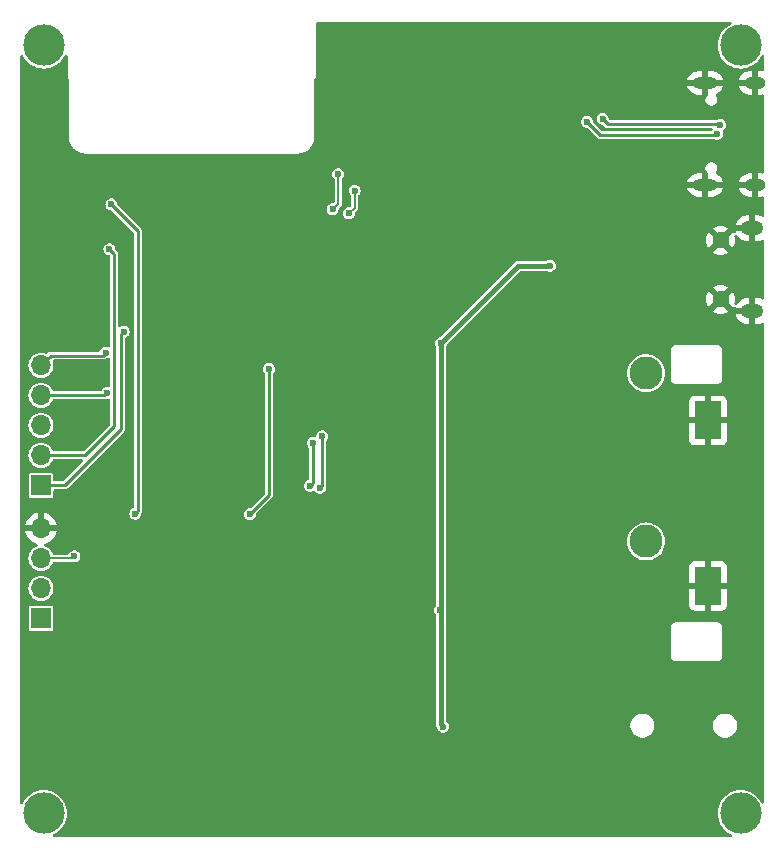
<source format=gbr>
%TF.GenerationSoftware,KiCad,Pcbnew,8.0.0*%
%TF.CreationDate,2024-10-16T16:52:34+02:00*%
%TF.ProjectId,LucaudioESP32_V1_1_0,4c756361-7564-4696-9f45-535033325f56,rev?*%
%TF.SameCoordinates,Original*%
%TF.FileFunction,Copper,L2,Bot*%
%TF.FilePolarity,Positive*%
%FSLAX46Y46*%
G04 Gerber Fmt 4.6, Leading zero omitted, Abs format (unit mm)*
G04 Created by KiCad (PCBNEW 8.0.0) date 2024-10-16 16:52:34*
%MOMM*%
%LPD*%
G01*
G04 APERTURE LIST*
%TA.AperFunction,ComponentPad*%
%ADD10R,1.700000X1.700000*%
%TD*%
%TA.AperFunction,ComponentPad*%
%ADD11O,1.700000X1.700000*%
%TD*%
%TA.AperFunction,ComponentPad*%
%ADD12O,1.900000X1.200000*%
%TD*%
%TA.AperFunction,ComponentPad*%
%ADD13C,1.450000*%
%TD*%
%TA.AperFunction,ComponentPad*%
%ADD14C,2.800000*%
%TD*%
%TA.AperFunction,ComponentPad*%
%ADD15R,2.200000X3.200000*%
%TD*%
%TA.AperFunction,ComponentPad*%
%ADD16C,3.500000*%
%TD*%
%TA.AperFunction,ComponentPad*%
%ADD17O,1.800000X1.000000*%
%TD*%
%TA.AperFunction,ComponentPad*%
%ADD18O,2.100000X1.000000*%
%TD*%
%TA.AperFunction,ViaPad*%
%ADD19C,0.600000*%
%TD*%
%TA.AperFunction,Conductor*%
%ADD20C,0.406400*%
%TD*%
%TA.AperFunction,Conductor*%
%ADD21C,0.200000*%
%TD*%
%TA.AperFunction,Conductor*%
%ADD22C,0.254000*%
%TD*%
G04 APERTURE END LIST*
D10*
%TO.P,J4,1,Pin_1*%
%TO.N,I2C_SDA*%
X104750000Y-117000000D03*
D11*
%TO.P,J4,2,Pin_2*%
%TO.N,I2C_SCL*%
X104750000Y-114460000D03*
%TO.P,J4,3,Pin_3*%
%TO.N,3V3*%
X104750000Y-111920000D03*
%TO.P,J4,4,Pin_4*%
%TO.N,GND*%
X104750000Y-109380000D03*
%TD*%
D10*
%TO.P,J5,1,Pin_1*%
%TO.N,ROTARY_SW*%
X104750000Y-105746800D03*
D11*
%TO.P,J5,2,Pin_2*%
%TO.N,ROTARY_A*%
X104750000Y-103206800D03*
%TO.P,J5,3,Pin_3*%
%TO.N,ROTARY_B*%
X104750000Y-100666800D03*
%TO.P,J5,4,Pin_4*%
%TO.N,LED_PWR*%
X104750000Y-98126800D03*
%TO.P,J5,5,Pin_5*%
%TO.N,LED_AMP*%
X104750000Y-95586800D03*
%TD*%
D12*
%TO.P,J8,6,Shield*%
%TO.N,GND*%
X164987500Y-90996800D03*
D13*
X162287500Y-89996800D03*
X162287500Y-84996800D03*
D12*
X164987500Y-83996800D03*
%TD*%
D14*
%TO.P,J2,1,IN1*%
%TO.N,Net-(J2-IN1)*%
X156000000Y-96250000D03*
%TO.P,J2,2,IN2*%
%TO.N,Net-(J2-IN2)*%
X156000000Y-110500000D03*
D15*
%TO.P,J2,3,EXT*%
%TO.N,GND*%
X161250000Y-114250000D03*
X161250000Y-100250000D03*
%TD*%
D16*
%TO.P,REF\u002A\u002A,1*%
%TO.N,N/C*%
X105000000Y-133500000D03*
%TD*%
%TO.P,REF\u002A\u002A,1*%
%TO.N,N/C*%
X164000000Y-133500000D03*
%TD*%
D17*
%TO.P,J3,S1,SHIELD*%
%TO.N,GND*%
X165189200Y-71676800D03*
D18*
X160989200Y-71676800D03*
D17*
X165189200Y-80316800D03*
D18*
X160989200Y-80316800D03*
%TD*%
D16*
%TO.P,REF\u002A\u002A,1*%
%TO.N,N/C*%
X105000000Y-68500000D03*
%TD*%
%TO.P,REF\u002A\u002A,1*%
%TO.N,N/C*%
X164000000Y-68500000D03*
%TD*%
D19*
%TO.N,GND*%
X155092400Y-66954400D03*
X142877000Y-104000000D03*
X160934400Y-121666000D03*
X153035000Y-70764400D03*
X105000000Y-71750000D03*
X107056000Y-88916000D03*
X154000000Y-89500000D03*
X105750000Y-101946800D03*
X136740800Y-115078800D03*
X154120800Y-104631000D03*
X131064000Y-90627200D03*
X112323000Y-96647000D03*
X116450000Y-78850000D03*
X130657600Y-101396800D03*
X147339000Y-117000800D03*
X149750000Y-81546800D03*
X145434000Y-134222000D03*
X136702800Y-126390400D03*
X128778000Y-67310000D03*
X153212800Y-99568000D03*
X136652000Y-66802000D03*
X165608000Y-105460800D03*
X144799000Y-127618000D03*
X154250000Y-78000000D03*
X137058400Y-87274400D03*
X164046200Y-78030800D03*
X158000000Y-72500000D03*
X128727200Y-70612000D03*
X130702000Y-104250000D03*
X158250000Y-78500000D03*
X146558000Y-93395800D03*
X110585200Y-132063000D03*
X123082000Y-119744000D03*
X116986000Y-114918000D03*
X140182600Y-80797400D03*
X105523000Y-96746800D03*
X165250000Y-98000000D03*
X112323000Y-94346800D03*
X142233600Y-120175800D03*
X108858000Y-111743000D03*
X155594000Y-134222000D03*
X104150000Y-93746800D03*
X165608000Y-121412000D03*
X148031200Y-100457000D03*
X128041400Y-80772000D03*
X137058400Y-76700000D03*
X136036000Y-109076000D03*
X146754800Y-122893600D03*
X129535000Y-134255000D03*
X110250000Y-89496800D03*
X107969000Y-115299000D03*
X117597000Y-94504000D03*
X106350000Y-104746800D03*
X124460000Y-88798400D03*
X121640600Y-83464400D03*
X129550000Y-87746800D03*
X123400000Y-100346800D03*
X106350000Y-107546800D03*
X123082000Y-124443000D03*
X140800000Y-89250000D03*
X111750000Y-102746800D03*
X155086000Y-116188000D03*
X144424400Y-102438200D03*
X145542000Y-66954400D03*
X129906800Y-122624800D03*
X146577000Y-107552000D03*
X136493200Y-111870000D03*
X124750000Y-100346800D03*
X104495600Y-75133200D03*
X146558000Y-102920800D03*
X153250000Y-95250000D03*
X129750000Y-99346800D03*
X110763000Y-108441000D03*
X136931400Y-100507800D03*
X128092200Y-83277000D03*
X163250000Y-82496800D03*
X146450000Y-106092000D03*
X105278000Y-86757000D03*
X142386000Y-96503000D03*
X151403000Y-119998000D03*
X141452600Y-108686600D03*
X128750000Y-77546800D03*
X111271000Y-123681000D03*
X111000000Y-78750000D03*
X132650000Y-81000000D03*
X136798000Y-134222000D03*
X131159557Y-77956357D03*
X141250000Y-104000000D03*
X146250000Y-71496800D03*
X105000000Y-120000000D03*
X136442400Y-107348800D03*
X154406600Y-73456800D03*
X141950000Y-91850000D03*
X160832800Y-67106800D03*
X122042000Y-101997000D03*
X162395200Y-72696800D03*
X121767600Y-78892400D03*
X128950000Y-108946800D03*
X154250000Y-81750000D03*
X110150000Y-96663000D03*
X143783000Y-113825800D03*
X128750000Y-73246800D03*
X135401000Y-90280000D03*
X148863000Y-114587800D03*
X114295000Y-101108000D03*
X121177000Y-134222000D03*
X110150000Y-100346800D03*
X118510000Y-110727000D03*
X112323000Y-90746800D03*
X114676000Y-81550000D03*
X117602000Y-90551000D03*
%TO.N,+5V*%
X138550600Y-116315000D03*
X147828000Y-87172800D03*
X138811000Y-126187200D03*
X138633200Y-93700600D03*
%TO.N,3V3*%
X107588000Y-111743000D03*
%TO.N,MCU_TX*%
X129921000Y-79400400D03*
X129438400Y-82372200D03*
%TO.N,MCU_RX*%
X130810000Y-82727800D03*
X131302338Y-80787662D03*
%TO.N,MCU_RST*%
X110718600Y-81965800D03*
X112750000Y-108146800D03*
%TO.N,GPIO0*%
X122447000Y-108187000D03*
X124045600Y-95885000D03*
%TO.N,Net-(U8-UD+)*%
X162255200Y-75234800D03*
X152298400Y-74726800D03*
%TO.N,Net-(U8-UD-)*%
X150990300Y-74968100D03*
X162001200Y-75996800D03*
%TO.N,ROTARY_A*%
X110550000Y-85746800D03*
%TO.N,ROTARY_SW*%
X111750000Y-92746800D03*
%TO.N,I2C_SDA*%
X128577444Y-101574244D03*
X128368100Y-105964900D03*
%TO.N,LED_AMP*%
X110231000Y-94504000D03*
%TO.N,I2C_SCL*%
X127550000Y-105783000D03*
X127750000Y-102146800D03*
%TO.N,LED_PWR*%
X110323000Y-97933000D03*
%TD*%
D20*
%TO.N,+5V*%
X138576000Y-116289600D02*
X138550600Y-116315000D01*
X138607800Y-125984000D02*
X138607800Y-112598200D01*
X138633200Y-93700600D02*
X138633200Y-112572800D01*
X145161000Y-87172800D02*
X147828000Y-87172800D01*
X138811000Y-126187200D02*
X138607800Y-125984000D01*
X138633200Y-93700600D02*
X145161000Y-87172800D01*
D21*
%TO.N,3V3*%
X107588000Y-111743000D02*
X107411000Y-111920000D01*
X107411000Y-111920000D02*
X104750000Y-111920000D01*
%TO.N,MCU_TX*%
X129438400Y-82372200D02*
X129921000Y-81889600D01*
X129921000Y-81889600D02*
X129921000Y-79400400D01*
%TO.N,MCU_RX*%
X131302338Y-82235462D02*
X131302338Y-80787662D01*
X130810000Y-82727800D02*
X131302338Y-82235462D01*
D22*
%TO.N,MCU_RST*%
X112950000Y-91186000D02*
X112950000Y-84197200D01*
X112950000Y-84197200D02*
X110718600Y-81965800D01*
X112750000Y-108146800D02*
X112950000Y-107946800D01*
X112950000Y-107946800D02*
X112950000Y-91186000D01*
%TO.N,GPIO0*%
X124050000Y-95889400D02*
X124045600Y-95885000D01*
X122447000Y-108187000D02*
X124050000Y-106584000D01*
X124050000Y-106584000D02*
X124050000Y-95889400D01*
%TO.N,Net-(U8-UD+)*%
X162179000Y-75158600D02*
X162255200Y-75234800D01*
X152730200Y-75158600D02*
X162179000Y-75158600D01*
X152298400Y-74726800D02*
X152730200Y-75158600D01*
%TO.N,Net-(U8-UD-)*%
X150990300Y-74968100D02*
X152120600Y-76098400D01*
X161899600Y-76098400D02*
X162001200Y-75996800D01*
X152120600Y-76098400D02*
X161899600Y-76098400D01*
%TO.N,ROTARY_A*%
X110950000Y-86146800D02*
X110550000Y-85746800D01*
X104750000Y-103206800D02*
X104753200Y-103210000D01*
X108486800Y-103210000D02*
X110950000Y-100746800D01*
X110950000Y-100746800D02*
X110950000Y-86146800D01*
X104753200Y-103210000D02*
X108486800Y-103210000D01*
%TO.N,ROTARY_SW*%
X106750000Y-105746800D02*
X104750000Y-105746800D01*
X111550000Y-100946800D02*
X106750000Y-105746800D01*
X111750000Y-92746800D02*
X111550000Y-92946800D01*
X111550000Y-92946800D02*
X111550000Y-100946800D01*
%TO.N,I2C_SDA*%
X128368100Y-105964900D02*
X128550000Y-105783000D01*
X128550000Y-105783000D02*
X128550000Y-101601688D01*
X128550000Y-101601688D02*
X128577444Y-101574244D01*
%TO.N,LED_AMP*%
X105578800Y-94758000D02*
X104750000Y-95586800D01*
X110231000Y-94504000D02*
X109977000Y-94758000D01*
X109977000Y-94758000D02*
X105578800Y-94758000D01*
%TO.N,I2C_SCL*%
X127750000Y-105583000D02*
X127750000Y-102146800D01*
X127550000Y-105783000D02*
X127750000Y-105583000D01*
%TO.N,LED_PWR*%
X110323000Y-97933000D02*
X110126000Y-98130000D01*
X110126000Y-98130000D02*
X104753200Y-98130000D01*
X104753200Y-98130000D02*
X104750000Y-98126800D01*
%TD*%
%TA.AperFunction,Conductor*%
%TO.N,GND*%
G36*
X163160597Y-66520002D02*
G01*
X163207090Y-66573658D01*
X163217194Y-66643932D01*
X163187700Y-66708512D01*
X163152863Y-66736586D01*
X162941052Y-66852244D01*
X162717328Y-67019721D01*
X162717319Y-67019729D01*
X162519729Y-67217319D01*
X162519721Y-67217328D01*
X162352244Y-67441052D01*
X162218311Y-67686330D01*
X162120650Y-67948172D01*
X162061245Y-68221252D01*
X162041309Y-68500000D01*
X162061245Y-68778747D01*
X162120650Y-69051827D01*
X162218311Y-69313669D01*
X162218312Y-69313670D01*
X162352244Y-69558948D01*
X162519720Y-69782670D01*
X162519721Y-69782671D01*
X162519729Y-69782680D01*
X162717319Y-69980270D01*
X162717328Y-69980278D01*
X162717330Y-69980280D01*
X162941052Y-70147756D01*
X163186330Y-70281688D01*
X163448173Y-70379350D01*
X163721249Y-70438754D01*
X164000000Y-70458691D01*
X164278751Y-70438754D01*
X164551827Y-70379350D01*
X164813670Y-70281688D01*
X165058948Y-70147756D01*
X165282670Y-69980280D01*
X165480280Y-69782670D01*
X165647756Y-69558948D01*
X165762738Y-69348373D01*
X165812939Y-69298173D01*
X165882314Y-69283081D01*
X165948834Y-69307892D01*
X165991381Y-69364727D01*
X165999325Y-69408789D01*
X165999052Y-70585231D01*
X165979034Y-70653347D01*
X165925368Y-70699828D01*
X165855091Y-70709915D01*
X165848470Y-70708781D01*
X165687693Y-70676800D01*
X165439200Y-70676800D01*
X165439200Y-71376800D01*
X164939200Y-71376800D01*
X164939200Y-70676800D01*
X164690706Y-70676800D01*
X164497510Y-70715229D01*
X164497505Y-70715231D01*
X164315522Y-70790611D01*
X164151737Y-70900048D01*
X164151731Y-70900053D01*
X164012453Y-71039331D01*
X164012448Y-71039337D01*
X163903011Y-71203122D01*
X163827629Y-71385109D01*
X163827627Y-71385116D01*
X163819336Y-71426799D01*
X163819337Y-71426800D01*
X164622212Y-71426800D01*
X164604995Y-71436740D01*
X164549140Y-71492595D01*
X164509644Y-71561004D01*
X164489200Y-71637304D01*
X164489200Y-71716296D01*
X164509644Y-71792596D01*
X164549140Y-71861005D01*
X164604995Y-71916860D01*
X164622212Y-71926800D01*
X163819336Y-71926800D01*
X163827627Y-71968483D01*
X163827629Y-71968490D01*
X163903011Y-72150477D01*
X164012448Y-72314262D01*
X164012453Y-72314268D01*
X164151731Y-72453546D01*
X164151737Y-72453551D01*
X164315522Y-72562988D01*
X164497505Y-72638368D01*
X164497510Y-72638370D01*
X164690706Y-72676799D01*
X164690710Y-72676800D01*
X164939200Y-72676800D01*
X164939200Y-71976800D01*
X165439200Y-71976800D01*
X165439200Y-72676800D01*
X165687690Y-72676800D01*
X165687693Y-72676799D01*
X165847964Y-72644919D01*
X165918678Y-72651247D01*
X165974745Y-72694801D01*
X165998365Y-72761753D01*
X165998546Y-72768527D01*
X165997050Y-79224832D01*
X165977032Y-79292948D01*
X165923366Y-79339429D01*
X165853089Y-79349516D01*
X165846469Y-79348382D01*
X165687696Y-79316800D01*
X165439200Y-79316800D01*
X165439200Y-80016800D01*
X164939200Y-80016800D01*
X164939200Y-79316800D01*
X164690706Y-79316800D01*
X164497510Y-79355229D01*
X164497505Y-79355231D01*
X164315522Y-79430611D01*
X164151737Y-79540048D01*
X164151731Y-79540053D01*
X164012453Y-79679331D01*
X164012448Y-79679337D01*
X163903011Y-79843122D01*
X163827629Y-80025109D01*
X163827627Y-80025116D01*
X163819336Y-80066799D01*
X163819337Y-80066800D01*
X164622212Y-80066800D01*
X164604995Y-80076740D01*
X164549140Y-80132595D01*
X164509644Y-80201004D01*
X164489200Y-80277304D01*
X164489200Y-80356296D01*
X164509644Y-80432596D01*
X164549140Y-80501005D01*
X164604995Y-80556860D01*
X164622212Y-80566800D01*
X163819336Y-80566800D01*
X163827627Y-80608483D01*
X163827629Y-80608490D01*
X163903011Y-80790477D01*
X164012448Y-80954262D01*
X164012453Y-80954268D01*
X164151731Y-81093546D01*
X164151737Y-81093551D01*
X164315522Y-81202988D01*
X164497505Y-81278368D01*
X164497510Y-81278370D01*
X164690706Y-81316799D01*
X164690710Y-81316800D01*
X164939200Y-81316800D01*
X164939200Y-80616800D01*
X165439200Y-80616800D01*
X165439200Y-81316800D01*
X165687690Y-81316800D01*
X165687693Y-81316799D01*
X165845961Y-81285317D01*
X165916675Y-81291645D01*
X165972742Y-81335199D01*
X165996362Y-81402151D01*
X165996543Y-81408925D01*
X165996199Y-82892281D01*
X165976181Y-82960397D01*
X165922515Y-83006878D01*
X165852238Y-83016965D01*
X165812996Y-83004519D01*
X165759754Y-82977391D01*
X165759748Y-82977388D01*
X165595088Y-82923887D01*
X165424069Y-82896800D01*
X165237500Y-82896800D01*
X165237500Y-83696800D01*
X164737500Y-83696800D01*
X164737500Y-82896800D01*
X164550931Y-82896800D01*
X164379911Y-82923887D01*
X164215251Y-82977388D01*
X164215245Y-82977391D01*
X164060972Y-83055997D01*
X163920896Y-83157767D01*
X163798467Y-83280196D01*
X163696697Y-83420272D01*
X163618091Y-83574545D01*
X163618088Y-83574551D01*
X163564587Y-83739212D01*
X163564583Y-83739225D01*
X163563384Y-83746799D01*
X163563386Y-83746800D01*
X164470512Y-83746800D01*
X164453295Y-83756740D01*
X164397440Y-83812595D01*
X164357944Y-83881004D01*
X164337500Y-83957304D01*
X164337500Y-84036296D01*
X164357944Y-84112596D01*
X164397440Y-84181005D01*
X164453295Y-84236860D01*
X164470512Y-84246800D01*
X163563384Y-84246800D01*
X163564583Y-84254374D01*
X163564586Y-84254385D01*
X163565081Y-84255907D01*
X163565098Y-84256516D01*
X163565741Y-84259193D01*
X163565178Y-84259328D01*
X163567105Y-84326874D01*
X163530440Y-84387671D01*
X163466727Y-84418993D01*
X163396193Y-84410898D01*
X163342033Y-84367109D01*
X163312672Y-84325179D01*
X162709225Y-84928626D01*
X162683537Y-84832756D01*
X162627584Y-84735844D01*
X162548456Y-84656716D01*
X162451544Y-84600763D01*
X162355672Y-84575074D01*
X162959120Y-83971625D01*
X162902342Y-83931868D01*
X162708077Y-83841281D01*
X162708073Y-83841279D01*
X162501030Y-83785803D01*
X162287500Y-83767121D01*
X162073969Y-83785803D01*
X161866926Y-83841279D01*
X161866922Y-83841281D01*
X161672657Y-83931868D01*
X161615879Y-83971624D01*
X161615879Y-83971627D01*
X162219326Y-84575074D01*
X162123456Y-84600763D01*
X162026544Y-84656716D01*
X161947416Y-84735844D01*
X161891463Y-84832756D01*
X161865774Y-84928626D01*
X161262327Y-84325179D01*
X161262324Y-84325179D01*
X161222568Y-84381957D01*
X161131981Y-84576222D01*
X161131979Y-84576226D01*
X161076503Y-84783269D01*
X161057821Y-84996800D01*
X161076503Y-85210330D01*
X161131979Y-85417373D01*
X161131981Y-85417377D01*
X161222568Y-85611642D01*
X161262325Y-85668420D01*
X161865774Y-85064971D01*
X161891463Y-85160844D01*
X161947416Y-85257756D01*
X162026544Y-85336884D01*
X162123456Y-85392837D01*
X162219327Y-85418525D01*
X161615878Y-86021973D01*
X161615878Y-86021975D01*
X161672656Y-86061731D01*
X161866921Y-86152318D01*
X161866926Y-86152320D01*
X162073969Y-86207796D01*
X162287500Y-86226478D01*
X162501030Y-86207796D01*
X162708073Y-86152320D01*
X162708078Y-86152318D01*
X162902339Y-86061733D01*
X162959120Y-86021974D01*
X162959120Y-86021972D01*
X162355673Y-85418525D01*
X162451544Y-85392837D01*
X162548456Y-85336884D01*
X162627584Y-85257756D01*
X162683537Y-85160844D01*
X162709225Y-85064973D01*
X163312672Y-85668420D01*
X163312674Y-85668420D01*
X163352433Y-85611639D01*
X163443018Y-85417378D01*
X163443020Y-85417373D01*
X163498496Y-85210330D01*
X163517178Y-84996800D01*
X163498496Y-84783269D01*
X163469448Y-84674858D01*
X163471138Y-84603881D01*
X163510932Y-84545086D01*
X163576197Y-84517138D01*
X163646210Y-84528912D01*
X163692112Y-84570537D01*
X163693787Y-84569321D01*
X163798467Y-84713403D01*
X163920896Y-84835832D01*
X164060972Y-84937602D01*
X164215245Y-85016208D01*
X164215251Y-85016211D01*
X164379911Y-85069712D01*
X164550931Y-85096800D01*
X164737500Y-85096800D01*
X164737500Y-84296800D01*
X165237500Y-84296800D01*
X165237500Y-85096800D01*
X165424069Y-85096800D01*
X165595088Y-85069712D01*
X165759748Y-85016211D01*
X165759759Y-85016206D01*
X165812483Y-84989342D01*
X165882260Y-84976237D01*
X165948045Y-85002936D01*
X165988952Y-85060964D01*
X165995687Y-85101637D01*
X165994577Y-89891455D01*
X165974559Y-89959571D01*
X165920893Y-90006052D01*
X165850616Y-90016139D01*
X165811374Y-90003693D01*
X165759754Y-89977391D01*
X165759748Y-89977388D01*
X165595088Y-89923887D01*
X165424069Y-89896800D01*
X165237500Y-89896800D01*
X165237500Y-90696800D01*
X164737500Y-90696800D01*
X164737500Y-89896800D01*
X164550931Y-89896800D01*
X164379911Y-89923887D01*
X164215251Y-89977388D01*
X164215245Y-89977391D01*
X164060972Y-90055997D01*
X163920896Y-90157767D01*
X163798467Y-90280196D01*
X163693787Y-90424279D01*
X163692111Y-90423061D01*
X163645889Y-90464843D01*
X163575843Y-90476418D01*
X163510658Y-90448286D01*
X163471030Y-90389378D01*
X163469448Y-90318741D01*
X163498496Y-90210330D01*
X163517178Y-89996800D01*
X163498496Y-89783269D01*
X163443020Y-89576226D01*
X163443018Y-89576222D01*
X163352434Y-89381964D01*
X163312672Y-89325179D01*
X162709225Y-89928626D01*
X162683537Y-89832756D01*
X162627584Y-89735844D01*
X162548456Y-89656716D01*
X162451544Y-89600763D01*
X162355672Y-89575074D01*
X162959120Y-88971625D01*
X162902342Y-88931868D01*
X162708077Y-88841281D01*
X162708073Y-88841279D01*
X162501030Y-88785803D01*
X162287500Y-88767121D01*
X162073969Y-88785803D01*
X161866926Y-88841279D01*
X161866922Y-88841281D01*
X161672657Y-88931868D01*
X161615879Y-88971624D01*
X161615879Y-88971627D01*
X162219326Y-89575074D01*
X162123456Y-89600763D01*
X162026544Y-89656716D01*
X161947416Y-89735844D01*
X161891463Y-89832756D01*
X161865774Y-89928626D01*
X161262327Y-89325179D01*
X161262324Y-89325179D01*
X161222568Y-89381957D01*
X161131981Y-89576222D01*
X161131979Y-89576226D01*
X161076503Y-89783269D01*
X161057821Y-89996800D01*
X161076503Y-90210330D01*
X161131979Y-90417373D01*
X161131981Y-90417377D01*
X161222568Y-90611642D01*
X161262325Y-90668420D01*
X161865774Y-90064971D01*
X161891463Y-90160844D01*
X161947416Y-90257756D01*
X162026544Y-90336884D01*
X162123456Y-90392837D01*
X162219327Y-90418525D01*
X161615878Y-91021973D01*
X161615878Y-91021975D01*
X161672656Y-91061731D01*
X161866921Y-91152318D01*
X161866926Y-91152320D01*
X162073969Y-91207796D01*
X162287500Y-91226478D01*
X162501030Y-91207796D01*
X162708073Y-91152320D01*
X162708078Y-91152318D01*
X162902339Y-91061733D01*
X162959120Y-91021974D01*
X162959120Y-91021972D01*
X162355673Y-90418525D01*
X162451544Y-90392837D01*
X162548456Y-90336884D01*
X162627584Y-90257756D01*
X162683537Y-90160844D01*
X162709225Y-90064973D01*
X163312672Y-90668420D01*
X163312674Y-90668420D01*
X163342032Y-90626493D01*
X163397489Y-90582164D01*
X163468108Y-90574855D01*
X163531469Y-90606885D01*
X163567454Y-90668087D01*
X163565199Y-90734276D01*
X163565741Y-90734407D01*
X163565104Y-90737058D01*
X163565083Y-90737683D01*
X163564589Y-90739201D01*
X163564583Y-90739225D01*
X163563384Y-90746799D01*
X163563386Y-90746800D01*
X164470512Y-90746800D01*
X164453295Y-90756740D01*
X164397440Y-90812595D01*
X164357944Y-90881004D01*
X164337500Y-90957304D01*
X164337500Y-91036296D01*
X164357944Y-91112596D01*
X164397440Y-91181005D01*
X164453295Y-91236860D01*
X164470512Y-91246800D01*
X163563384Y-91246800D01*
X163564583Y-91254374D01*
X163564587Y-91254387D01*
X163618088Y-91419048D01*
X163618091Y-91419054D01*
X163696697Y-91573327D01*
X163798467Y-91713403D01*
X163920896Y-91835832D01*
X164060972Y-91937602D01*
X164215245Y-92016208D01*
X164215251Y-92016211D01*
X164379911Y-92069712D01*
X164550931Y-92096800D01*
X164737500Y-92096800D01*
X164737500Y-91296800D01*
X165237500Y-91296800D01*
X165237500Y-92096800D01*
X165424069Y-92096800D01*
X165595088Y-92069712D01*
X165759748Y-92016211D01*
X165759753Y-92016209D01*
X165810860Y-91990168D01*
X165880637Y-91977063D01*
X165946422Y-92003762D01*
X165987329Y-92061789D01*
X165994065Y-92102463D01*
X165984685Y-132564458D01*
X165964667Y-132632574D01*
X165911001Y-132679055D01*
X165840724Y-132689142D01*
X165776150Y-132659634D01*
X165748099Y-132624816D01*
X165647756Y-132441052D01*
X165480280Y-132217330D01*
X165480278Y-132217328D01*
X165480270Y-132217319D01*
X165282680Y-132019729D01*
X165282671Y-132019721D01*
X165282670Y-132019720D01*
X165058948Y-131852244D01*
X164925015Y-131779111D01*
X164813669Y-131718311D01*
X164551827Y-131620650D01*
X164278747Y-131561245D01*
X164000000Y-131541309D01*
X163721252Y-131561245D01*
X163448172Y-131620650D01*
X163186330Y-131718311D01*
X162941052Y-131852244D01*
X162717328Y-132019721D01*
X162717319Y-132019729D01*
X162519729Y-132217319D01*
X162519721Y-132217328D01*
X162352244Y-132441052D01*
X162218311Y-132686330D01*
X162120650Y-132948172D01*
X162061245Y-133221252D01*
X162041309Y-133500000D01*
X162061245Y-133778747D01*
X162120650Y-134051827D01*
X162218311Y-134313669D01*
X162218312Y-134313670D01*
X162352244Y-134558948D01*
X162391788Y-134611772D01*
X162519721Y-134782671D01*
X162519729Y-134782680D01*
X162717319Y-134980270D01*
X162717328Y-134980278D01*
X162717330Y-134980280D01*
X162941052Y-135147756D01*
X163186330Y-135281688D01*
X163186335Y-135281690D01*
X163190425Y-135283558D01*
X163189762Y-135285008D01*
X163241168Y-135323486D01*
X163265982Y-135390005D01*
X163250895Y-135459379D01*
X163200695Y-135509584D01*
X163140304Y-135525000D01*
X105859696Y-135525000D01*
X105791575Y-135504998D01*
X105745082Y-135451342D01*
X105734978Y-135381068D01*
X105764472Y-135316488D01*
X105810135Y-135284784D01*
X105809575Y-135283558D01*
X105813659Y-135281692D01*
X105813670Y-135281688D01*
X106058948Y-135147756D01*
X106282670Y-134980280D01*
X106480280Y-134782670D01*
X106647756Y-134558948D01*
X106781688Y-134313670D01*
X106879350Y-134051827D01*
X106938754Y-133778751D01*
X106958691Y-133500000D01*
X106938754Y-133221249D01*
X106879350Y-132948173D01*
X106781688Y-132686330D01*
X106647756Y-132441052D01*
X106480280Y-132217330D01*
X106480278Y-132217328D01*
X106480270Y-132217319D01*
X106282680Y-132019729D01*
X106282671Y-132019721D01*
X106282670Y-132019720D01*
X106058948Y-131852244D01*
X105925015Y-131779111D01*
X105813669Y-131718311D01*
X105551827Y-131620650D01*
X105278747Y-131561245D01*
X105000000Y-131541309D01*
X104721252Y-131561245D01*
X104448172Y-131620650D01*
X104186330Y-131718311D01*
X103941052Y-131852244D01*
X103717328Y-132019721D01*
X103717319Y-132019729D01*
X103519729Y-132217319D01*
X103519721Y-132217328D01*
X103352242Y-132441054D01*
X103228924Y-132666894D01*
X103178722Y-132717096D01*
X103109348Y-132732187D01*
X103042828Y-132707376D01*
X103000281Y-132650540D01*
X102992338Y-132606499D01*
X102994046Y-117870064D01*
X103696300Y-117870064D01*
X103708118Y-117929479D01*
X103708119Y-117929480D01*
X103753140Y-117996860D01*
X103820520Y-118041881D01*
X103879936Y-118053700D01*
X103879941Y-118053700D01*
X105620059Y-118053700D01*
X105620064Y-118053700D01*
X105679480Y-118041881D01*
X105746860Y-117996860D01*
X105791881Y-117929480D01*
X105803700Y-117870064D01*
X105803700Y-116315000D01*
X138041720Y-116315000D01*
X138062333Y-116458368D01*
X138122503Y-116590121D01*
X138170124Y-116645079D01*
X138199617Y-116709658D01*
X138200900Y-116727591D01*
X138200900Y-126037573D01*
X138228629Y-126141057D01*
X138228630Y-126141060D01*
X138282196Y-126233839D01*
X138282197Y-126233840D01*
X138282199Y-126233843D01*
X138283638Y-126235282D01*
X138284463Y-126236793D01*
X138287227Y-126240395D01*
X138286665Y-126240825D01*
X138317667Y-126297590D01*
X138319263Y-126306434D01*
X138322733Y-126330568D01*
X138382903Y-126462321D01*
X138477755Y-126571787D01*
X138492220Y-126581083D01*
X138599604Y-126650094D01*
X138738579Y-126690900D01*
X138883421Y-126690900D01*
X139022396Y-126650094D01*
X139144246Y-126571786D01*
X139239097Y-126462321D01*
X139299267Y-126330568D01*
X139318718Y-126195281D01*
X154637700Y-126195281D01*
X154677217Y-126393944D01*
X154677219Y-126393949D01*
X154754732Y-126581083D01*
X154867266Y-126749502D01*
X154867271Y-126749508D01*
X155010491Y-126892728D01*
X155010497Y-126892733D01*
X155178917Y-127005268D01*
X155366056Y-127082783D01*
X155564721Y-127122300D01*
X155564722Y-127122300D01*
X155767278Y-127122300D01*
X155767279Y-127122300D01*
X155965944Y-127082783D01*
X156153083Y-127005268D01*
X156321503Y-126892733D01*
X156464733Y-126749503D01*
X156577268Y-126581083D01*
X156654783Y-126393944D01*
X156694300Y-126195281D01*
X161637700Y-126195281D01*
X161677217Y-126393944D01*
X161677219Y-126393949D01*
X161754732Y-126581083D01*
X161867266Y-126749502D01*
X161867271Y-126749508D01*
X162010491Y-126892728D01*
X162010497Y-126892733D01*
X162178917Y-127005268D01*
X162366056Y-127082783D01*
X162564721Y-127122300D01*
X162564722Y-127122300D01*
X162767278Y-127122300D01*
X162767279Y-127122300D01*
X162965944Y-127082783D01*
X163153083Y-127005268D01*
X163321503Y-126892733D01*
X163464733Y-126749503D01*
X163577268Y-126581083D01*
X163654783Y-126393944D01*
X163694300Y-126195279D01*
X163694300Y-125992721D01*
X163654783Y-125794056D01*
X163577268Y-125606917D01*
X163464733Y-125438497D01*
X163464728Y-125438491D01*
X163321508Y-125295271D01*
X163321502Y-125295266D01*
X163153083Y-125182732D01*
X162965949Y-125105219D01*
X162965944Y-125105217D01*
X162767281Y-125065700D01*
X162767279Y-125065700D01*
X162564721Y-125065700D01*
X162564718Y-125065700D01*
X162366055Y-125105217D01*
X162366050Y-125105219D01*
X162178916Y-125182732D01*
X162010497Y-125295266D01*
X162010491Y-125295271D01*
X161867271Y-125438491D01*
X161867266Y-125438497D01*
X161754732Y-125606916D01*
X161677219Y-125794050D01*
X161677217Y-125794055D01*
X161637700Y-125992718D01*
X161637700Y-126195281D01*
X156694300Y-126195281D01*
X156694300Y-126195279D01*
X156694300Y-125992721D01*
X156654783Y-125794056D01*
X156577268Y-125606917D01*
X156464733Y-125438497D01*
X156464728Y-125438491D01*
X156321508Y-125295271D01*
X156321502Y-125295266D01*
X156153083Y-125182732D01*
X155965949Y-125105219D01*
X155965944Y-125105217D01*
X155767281Y-125065700D01*
X155767279Y-125065700D01*
X155564721Y-125065700D01*
X155564718Y-125065700D01*
X155366055Y-125105217D01*
X155366050Y-125105219D01*
X155178916Y-125182732D01*
X155010497Y-125295266D01*
X155010491Y-125295271D01*
X154867271Y-125438491D01*
X154867266Y-125438497D01*
X154754732Y-125606916D01*
X154677219Y-125794050D01*
X154677217Y-125794055D01*
X154637700Y-125992718D01*
X154637700Y-126195281D01*
X139318718Y-126195281D01*
X139319880Y-126187200D01*
X139299267Y-126043832D01*
X139239097Y-125912079D01*
X139144246Y-125802614D01*
X139144245Y-125802613D01*
X139072579Y-125756556D01*
X139026086Y-125702900D01*
X139014700Y-125650558D01*
X139014700Y-120302727D01*
X158099500Y-120302727D01*
X158123569Y-120392557D01*
X158126794Y-120404591D01*
X158179517Y-120495909D01*
X158179525Y-120495919D01*
X158254080Y-120570474D01*
X158254085Y-120570478D01*
X158254087Y-120570480D01*
X158254088Y-120570481D01*
X158254090Y-120570482D01*
X158345408Y-120623205D01*
X158345410Y-120623205D01*
X158345413Y-120623207D01*
X158447273Y-120650500D01*
X158447275Y-120650500D01*
X162052725Y-120650500D01*
X162052727Y-120650500D01*
X162154587Y-120623207D01*
X162154590Y-120623205D01*
X162154591Y-120623205D01*
X162200250Y-120596843D01*
X162245913Y-120570480D01*
X162320480Y-120495913D01*
X162373207Y-120404587D01*
X162400500Y-120302727D01*
X162400500Y-117697273D01*
X162373207Y-117595413D01*
X162373205Y-117595410D01*
X162373205Y-117595408D01*
X162320482Y-117504090D01*
X162320474Y-117504080D01*
X162245919Y-117429525D01*
X162245909Y-117429517D01*
X162154591Y-117376794D01*
X162142557Y-117373569D01*
X162052727Y-117349500D01*
X158552727Y-117349500D01*
X158447273Y-117349500D01*
X158384931Y-117366204D01*
X158345408Y-117376794D01*
X158254090Y-117429517D01*
X158254080Y-117429525D01*
X158179525Y-117504080D01*
X158179517Y-117504090D01*
X158126794Y-117595408D01*
X158126793Y-117595413D01*
X158099500Y-117697273D01*
X158099500Y-120302727D01*
X139014700Y-120302727D01*
X139014700Y-116538694D01*
X139026088Y-116486349D01*
X139038866Y-116458370D01*
X139038865Y-116458370D01*
X139038867Y-116458368D01*
X139059480Y-116315000D01*
X139038867Y-116171632D01*
X139036531Y-116166517D01*
X139026086Y-116143644D01*
X139014700Y-116091303D01*
X139014700Y-115897840D01*
X159650000Y-115897840D01*
X159656400Y-115957371D01*
X159706647Y-116092089D01*
X159792810Y-116207189D01*
X159907910Y-116293352D01*
X160042628Y-116343599D01*
X160102159Y-116349999D01*
X160102176Y-116350000D01*
X161000000Y-116350000D01*
X161000000Y-115433012D01*
X161057007Y-115465925D01*
X161184174Y-115500000D01*
X161315826Y-115500000D01*
X161442993Y-115465925D01*
X161500000Y-115433012D01*
X161500000Y-116350000D01*
X162397824Y-116350000D01*
X162397840Y-116349999D01*
X162457371Y-116343599D01*
X162592089Y-116293352D01*
X162707189Y-116207189D01*
X162793352Y-116092089D01*
X162843599Y-115957371D01*
X162849999Y-115897840D01*
X162850000Y-115897823D01*
X162850000Y-114500000D01*
X161750000Y-114500000D01*
X161750000Y-114000000D01*
X162850000Y-114000000D01*
X162850000Y-112602176D01*
X162849999Y-112602159D01*
X162843599Y-112542628D01*
X162793352Y-112407910D01*
X162707189Y-112292810D01*
X162592089Y-112206647D01*
X162457371Y-112156400D01*
X162397840Y-112150000D01*
X161500000Y-112150000D01*
X161500000Y-113066988D01*
X161442993Y-113034075D01*
X161315826Y-113000000D01*
X161184174Y-113000000D01*
X161057007Y-113034075D01*
X161000000Y-113066988D01*
X161000000Y-112150000D01*
X160102159Y-112150000D01*
X160042628Y-112156400D01*
X159907910Y-112206647D01*
X159792810Y-112292810D01*
X159706647Y-112407910D01*
X159656400Y-112542628D01*
X159650000Y-112602159D01*
X159650000Y-114000000D01*
X160750000Y-114000000D01*
X160750000Y-114500000D01*
X159650000Y-114500000D01*
X159650000Y-115897840D01*
X139014700Y-115897840D01*
X139014700Y-112737748D01*
X139018994Y-112705135D01*
X139040100Y-112626369D01*
X139040100Y-110500000D01*
X154391341Y-110500000D01*
X154411146Y-110751649D01*
X154470073Y-110997101D01*
X154470074Y-110997103D01*
X154566674Y-111230316D01*
X154628841Y-111331763D01*
X154698569Y-111445547D01*
X154698570Y-111445549D01*
X154862505Y-111637494D01*
X154986038Y-111743000D01*
X155054454Y-111801432D01*
X155269684Y-111933326D01*
X155502897Y-112029926D01*
X155748350Y-112088854D01*
X156000000Y-112108659D01*
X156251650Y-112088854D01*
X156497103Y-112029926D01*
X156730316Y-111933326D01*
X156945546Y-111801432D01*
X157137494Y-111637494D01*
X157301432Y-111445546D01*
X157433326Y-111230316D01*
X157529926Y-110997103D01*
X157588854Y-110751650D01*
X157608659Y-110500000D01*
X157588854Y-110248350D01*
X157529926Y-110002897D01*
X157433326Y-109769684D01*
X157301432Y-109554454D01*
X157208656Y-109445826D01*
X157137494Y-109362505D01*
X156945549Y-109198570D01*
X156945547Y-109198569D01*
X156945546Y-109198568D01*
X156730316Y-109066674D01*
X156520828Y-108979901D01*
X156497101Y-108970073D01*
X156329193Y-108929762D01*
X156251650Y-108911146D01*
X156000000Y-108891341D01*
X155748350Y-108911146D01*
X155502898Y-108970073D01*
X155269685Y-109066673D01*
X155054452Y-109198569D01*
X155054450Y-109198570D01*
X154862505Y-109362505D01*
X154698570Y-109554450D01*
X154698569Y-109554452D01*
X154566673Y-109769685D01*
X154470073Y-110002898D01*
X154411146Y-110248350D01*
X154391341Y-110500000D01*
X139040100Y-110500000D01*
X139040100Y-101897840D01*
X159650000Y-101897840D01*
X159656400Y-101957371D01*
X159706647Y-102092089D01*
X159792810Y-102207189D01*
X159907910Y-102293352D01*
X160042628Y-102343599D01*
X160102159Y-102349999D01*
X160102176Y-102350000D01*
X161000000Y-102350000D01*
X161000000Y-101433012D01*
X161057007Y-101465925D01*
X161184174Y-101500000D01*
X161315826Y-101500000D01*
X161442993Y-101465925D01*
X161500000Y-101433012D01*
X161500000Y-102350000D01*
X162397824Y-102350000D01*
X162397840Y-102349999D01*
X162457371Y-102343599D01*
X162592089Y-102293352D01*
X162707189Y-102207189D01*
X162793352Y-102092089D01*
X162843599Y-101957371D01*
X162849999Y-101897840D01*
X162850000Y-101897823D01*
X162850000Y-100500000D01*
X161750000Y-100500000D01*
X161750000Y-100000000D01*
X162850000Y-100000000D01*
X162850000Y-98602176D01*
X162849999Y-98602159D01*
X162843599Y-98542628D01*
X162793352Y-98407910D01*
X162707189Y-98292810D01*
X162592089Y-98206647D01*
X162457371Y-98156400D01*
X162397840Y-98150000D01*
X161500000Y-98150000D01*
X161500000Y-99066988D01*
X161442993Y-99034075D01*
X161315826Y-99000000D01*
X161184174Y-99000000D01*
X161057007Y-99034075D01*
X161000000Y-99066988D01*
X161000000Y-98150000D01*
X160102159Y-98150000D01*
X160042628Y-98156400D01*
X159907910Y-98206647D01*
X159792810Y-98292810D01*
X159706647Y-98407910D01*
X159656400Y-98542628D01*
X159650000Y-98602159D01*
X159650000Y-100000000D01*
X160750000Y-100000000D01*
X160750000Y-100500000D01*
X159650000Y-100500000D01*
X159650000Y-101897840D01*
X139040100Y-101897840D01*
X139040100Y-96250000D01*
X154391341Y-96250000D01*
X154411146Y-96501650D01*
X154429762Y-96579193D01*
X154470073Y-96747101D01*
X154470074Y-96747103D01*
X154566674Y-96980316D01*
X154654238Y-97123207D01*
X154698569Y-97195547D01*
X154698570Y-97195549D01*
X154862505Y-97387494D01*
X155039385Y-97538562D01*
X155054454Y-97551432D01*
X155269684Y-97683326D01*
X155502897Y-97779926D01*
X155748350Y-97838854D01*
X156000000Y-97858659D01*
X156251650Y-97838854D01*
X156497103Y-97779926D01*
X156730316Y-97683326D01*
X156945546Y-97551432D01*
X157137494Y-97387494D01*
X157301432Y-97195546D01*
X157433326Y-96980316D01*
X157506886Y-96802727D01*
X158099500Y-96802727D01*
X158123569Y-96892557D01*
X158126794Y-96904591D01*
X158179517Y-96995909D01*
X158179525Y-96995919D01*
X158254080Y-97070474D01*
X158254085Y-97070478D01*
X158254087Y-97070480D01*
X158254088Y-97070481D01*
X158254090Y-97070482D01*
X158345408Y-97123205D01*
X158345410Y-97123205D01*
X158345413Y-97123207D01*
X158447273Y-97150500D01*
X158447275Y-97150500D01*
X162052725Y-97150500D01*
X162052727Y-97150500D01*
X162154587Y-97123207D01*
X162154590Y-97123205D01*
X162154591Y-97123205D01*
X162214970Y-97088345D01*
X162245913Y-97070480D01*
X162320480Y-96995913D01*
X162373207Y-96904587D01*
X162400500Y-96802727D01*
X162400500Y-94197273D01*
X162373207Y-94095413D01*
X162373205Y-94095410D01*
X162373205Y-94095408D01*
X162320482Y-94004090D01*
X162320474Y-94004080D01*
X162245919Y-93929525D01*
X162245909Y-93929517D01*
X162154591Y-93876794D01*
X162142557Y-93873569D01*
X162052727Y-93849500D01*
X158552727Y-93849500D01*
X158447273Y-93849500D01*
X158384931Y-93866204D01*
X158345408Y-93876794D01*
X158254090Y-93929517D01*
X158254080Y-93929525D01*
X158179525Y-94004080D01*
X158179517Y-94004090D01*
X158126794Y-94095408D01*
X158120362Y-94119414D01*
X158099500Y-94197273D01*
X158099500Y-96802727D01*
X157506886Y-96802727D01*
X157529926Y-96747103D01*
X157588854Y-96501650D01*
X157608659Y-96250000D01*
X157588854Y-95998350D01*
X157529926Y-95752897D01*
X157433326Y-95519684D01*
X157301432Y-95304454D01*
X157301429Y-95304450D01*
X157137494Y-95112505D01*
X156945549Y-94948570D01*
X156945547Y-94948569D01*
X156945546Y-94948568D01*
X156730316Y-94816674D01*
X156497103Y-94720074D01*
X156497101Y-94720073D01*
X156329193Y-94679762D01*
X156251650Y-94661146D01*
X156000000Y-94641341D01*
X155748350Y-94661146D01*
X155502898Y-94720073D01*
X155269685Y-94816673D01*
X155054452Y-94948569D01*
X155054450Y-94948570D01*
X154862505Y-95112505D01*
X154698570Y-95304450D01*
X154698569Y-95304452D01*
X154566673Y-95519685D01*
X154470073Y-95752898D01*
X154460361Y-95793354D01*
X154411146Y-95998350D01*
X154391341Y-96250000D01*
X139040100Y-96250000D01*
X139040100Y-94045701D01*
X139058159Y-93984195D01*
X139057553Y-93983919D01*
X139059479Y-93979701D01*
X139060102Y-93977580D01*
X139060103Y-93977578D01*
X139061289Y-93975729D01*
X139061297Y-93975721D01*
X139121467Y-93843968D01*
X139124934Y-93819851D01*
X139154424Y-93755272D01*
X139160542Y-93748700D01*
X145292639Y-87616605D01*
X145354951Y-87582579D01*
X145381734Y-87579700D01*
X147492479Y-87579700D01*
X147560598Y-87599701D01*
X147616604Y-87635694D01*
X147755579Y-87676500D01*
X147900421Y-87676500D01*
X148039396Y-87635694D01*
X148161246Y-87557386D01*
X148256097Y-87447921D01*
X148316267Y-87316168D01*
X148336880Y-87172800D01*
X148316267Y-87029432D01*
X148256097Y-86897679D01*
X148161246Y-86788214D01*
X148161245Y-86788213D01*
X148161244Y-86788212D01*
X148039400Y-86709908D01*
X148039397Y-86709906D01*
X148039396Y-86709906D01*
X147900421Y-86669100D01*
X147755579Y-86669100D01*
X147616606Y-86709905D01*
X147616599Y-86709908D01*
X147560599Y-86745898D01*
X147492479Y-86765900D01*
X145107431Y-86765900D01*
X145031674Y-86786198D01*
X145031672Y-86786199D01*
X145003942Y-86793630D01*
X144957549Y-86820414D01*
X144911158Y-86847198D01*
X144911150Y-86847204D01*
X138584478Y-93173877D01*
X138530882Y-93205678D01*
X138468540Y-93223983D01*
X138421804Y-93237706D01*
X138421802Y-93237706D01*
X138421799Y-93237708D01*
X138299955Y-93316012D01*
X138205103Y-93425478D01*
X138205103Y-93425479D01*
X138144933Y-93557232D01*
X138124320Y-93700600D01*
X138144933Y-93843968D01*
X138205103Y-93975721D01*
X138205106Y-93975725D01*
X138206297Y-93977578D01*
X138206919Y-93979699D01*
X138208847Y-93983919D01*
X138208240Y-93984196D01*
X138226300Y-94045698D01*
X138226300Y-112433247D01*
X138222007Y-112465857D01*
X138200900Y-112544630D01*
X138200900Y-115902407D01*
X138180898Y-115970528D01*
X138170126Y-115984918D01*
X138122502Y-116039880D01*
X138062333Y-116171631D01*
X138062333Y-116171632D01*
X138041720Y-116315000D01*
X105803700Y-116315000D01*
X105803700Y-116129936D01*
X105791881Y-116070520D01*
X105746860Y-116003140D01*
X105679480Y-115958119D01*
X105679479Y-115958118D01*
X105620064Y-115946300D01*
X103879936Y-115946300D01*
X103879935Y-115946300D01*
X103820520Y-115958118D01*
X103753140Y-116003140D01*
X103708118Y-116070520D01*
X103696300Y-116129935D01*
X103696300Y-117870064D01*
X102994046Y-117870064D01*
X102994441Y-114460002D01*
X103691202Y-114460002D01*
X103711545Y-114666554D01*
X103711546Y-114666560D01*
X103711547Y-114666561D01*
X103771798Y-114865184D01*
X103869642Y-115048237D01*
X104001317Y-115208683D01*
X104161763Y-115340358D01*
X104344816Y-115438202D01*
X104543439Y-115498453D01*
X104543443Y-115498453D01*
X104543445Y-115498454D01*
X104749997Y-115518798D01*
X104750000Y-115518798D01*
X104750003Y-115518798D01*
X104956554Y-115498454D01*
X104956555Y-115498453D01*
X104956561Y-115498453D01*
X105155184Y-115438202D01*
X105338237Y-115340358D01*
X105498683Y-115208683D01*
X105630358Y-115048237D01*
X105728202Y-114865184D01*
X105788453Y-114666561D01*
X105808798Y-114460000D01*
X105788453Y-114253439D01*
X105728202Y-114054816D01*
X105630358Y-113871763D01*
X105498683Y-113711317D01*
X105338237Y-113579642D01*
X105155184Y-113481798D01*
X104956561Y-113421547D01*
X104956560Y-113421546D01*
X104956554Y-113421545D01*
X104750003Y-113401202D01*
X104749997Y-113401202D01*
X104543445Y-113421545D01*
X104344815Y-113481798D01*
X104161762Y-113579642D01*
X104001317Y-113711317D01*
X103869642Y-113871762D01*
X103771798Y-114054815D01*
X103711545Y-114253445D01*
X103691202Y-114459997D01*
X103691202Y-114460002D01*
X102994441Y-114460002D01*
X102995059Y-109130000D01*
X103419363Y-109130000D01*
X104316988Y-109130000D01*
X104284075Y-109187007D01*
X104250000Y-109314174D01*
X104250000Y-109445826D01*
X104284075Y-109572993D01*
X104316988Y-109630000D01*
X103419364Y-109630000D01*
X103476568Y-109843488D01*
X103476570Y-109843493D01*
X103576399Y-110057577D01*
X103576400Y-110057579D01*
X103711886Y-110251073D01*
X103711893Y-110251082D01*
X103878917Y-110418106D01*
X103878926Y-110418113D01*
X104072420Y-110553599D01*
X104072422Y-110553600D01*
X104286506Y-110653429D01*
X104286513Y-110653432D01*
X104396032Y-110682777D01*
X104456655Y-110719728D01*
X104487677Y-110783589D01*
X104479249Y-110854083D01*
X104434047Y-110908830D01*
X104399998Y-110925058D01*
X104344820Y-110941795D01*
X104344816Y-110941797D01*
X104161762Y-111039642D01*
X104001317Y-111171317D01*
X103869642Y-111331762D01*
X103771798Y-111514815D01*
X103711545Y-111713445D01*
X103691202Y-111919997D01*
X103691202Y-111920002D01*
X103711545Y-112126554D01*
X103711546Y-112126560D01*
X103711547Y-112126561D01*
X103771798Y-112325184D01*
X103869642Y-112508237D01*
X104001317Y-112668683D01*
X104161763Y-112800358D01*
X104344816Y-112898202D01*
X104543439Y-112958453D01*
X104543443Y-112958453D01*
X104543445Y-112958454D01*
X104749997Y-112978798D01*
X104750000Y-112978798D01*
X104750003Y-112978798D01*
X104956554Y-112958454D01*
X104956555Y-112958453D01*
X104956561Y-112958453D01*
X105155184Y-112898202D01*
X105338237Y-112800358D01*
X105498683Y-112668683D01*
X105630358Y-112508237D01*
X105728202Y-112325184D01*
X105731860Y-112313124D01*
X105770775Y-112253743D01*
X105835617Y-112224827D01*
X105852435Y-112223700D01*
X107371017Y-112223700D01*
X107419132Y-112223700D01*
X107454629Y-112228803D01*
X107515579Y-112246700D01*
X107660421Y-112246700D01*
X107799396Y-112205894D01*
X107921246Y-112127586D01*
X108016097Y-112018121D01*
X108076267Y-111886368D01*
X108096880Y-111743000D01*
X108076267Y-111599632D01*
X108016097Y-111467879D01*
X107921246Y-111358414D01*
X107921245Y-111358413D01*
X107921244Y-111358412D01*
X107799400Y-111280108D01*
X107799397Y-111280106D01*
X107799396Y-111280106D01*
X107660421Y-111239300D01*
X107515579Y-111239300D01*
X107376606Y-111280105D01*
X107376599Y-111280108D01*
X107254755Y-111358412D01*
X107159903Y-111467878D01*
X107125760Y-111542642D01*
X107079267Y-111596298D01*
X107011146Y-111616300D01*
X105852435Y-111616300D01*
X105784314Y-111596298D01*
X105737821Y-111542642D01*
X105731860Y-111526875D01*
X105728202Y-111514816D01*
X105630358Y-111331763D01*
X105498683Y-111171317D01*
X105338237Y-111039642D01*
X105155184Y-110941798D01*
X105100001Y-110925058D01*
X105040620Y-110886144D01*
X105011705Y-110821302D01*
X105022435Y-110751121D01*
X105069405Y-110697883D01*
X105103967Y-110682777D01*
X105213486Y-110653432D01*
X105213493Y-110653429D01*
X105427577Y-110553600D01*
X105427579Y-110553599D01*
X105621073Y-110418113D01*
X105621082Y-110418106D01*
X105788106Y-110251082D01*
X105788113Y-110251073D01*
X105923599Y-110057579D01*
X105923600Y-110057577D01*
X106023429Y-109843493D01*
X106023431Y-109843488D01*
X106080636Y-109630000D01*
X105183012Y-109630000D01*
X105215925Y-109572993D01*
X105250000Y-109445826D01*
X105250000Y-109314174D01*
X105215925Y-109187007D01*
X105183012Y-109130000D01*
X106080636Y-109130000D01*
X106023431Y-108916511D01*
X106023429Y-108916506D01*
X105923599Y-108702421D01*
X105788112Y-108508925D01*
X105621076Y-108341888D01*
X105621073Y-108341886D01*
X105427579Y-108206400D01*
X105427577Y-108206399D01*
X105213493Y-108106570D01*
X105213488Y-108106568D01*
X105000000Y-108049364D01*
X105000000Y-108946988D01*
X104942993Y-108914075D01*
X104815826Y-108880000D01*
X104684174Y-108880000D01*
X104557007Y-108914075D01*
X104500000Y-108946988D01*
X104500000Y-108049364D01*
X104286511Y-108106568D01*
X104286506Y-108106570D01*
X104072421Y-108206400D01*
X103878925Y-108341887D01*
X103878919Y-108341892D01*
X103711892Y-108508919D01*
X103711887Y-108508925D01*
X103576400Y-108702421D01*
X103476570Y-108916506D01*
X103476568Y-108916511D01*
X103419363Y-109130000D01*
X102995059Y-109130000D01*
X102995746Y-103206802D01*
X103691202Y-103206802D01*
X103711545Y-103413354D01*
X103711546Y-103413360D01*
X103711547Y-103413361D01*
X103771798Y-103611984D01*
X103869642Y-103795037D01*
X104001317Y-103955483D01*
X104161763Y-104087158D01*
X104344816Y-104185002D01*
X104543439Y-104245253D01*
X104543443Y-104245253D01*
X104543445Y-104245254D01*
X104749997Y-104265598D01*
X104750000Y-104265598D01*
X104750003Y-104265598D01*
X104956554Y-104245254D01*
X104956555Y-104245253D01*
X104956561Y-104245253D01*
X105155184Y-104185002D01*
X105338237Y-104087158D01*
X105498683Y-103955483D01*
X105630358Y-103795037D01*
X105728202Y-103611984D01*
X105730704Y-103607304D01*
X105780456Y-103556656D01*
X105841826Y-103540700D01*
X108184230Y-103540700D01*
X108252351Y-103560702D01*
X108298844Y-103614358D01*
X108308948Y-103684632D01*
X108279454Y-103749212D01*
X108273325Y-103755795D01*
X106649925Y-105379195D01*
X106587613Y-105413221D01*
X106560830Y-105416100D01*
X105929700Y-105416100D01*
X105861579Y-105396098D01*
X105815086Y-105342442D01*
X105803700Y-105290100D01*
X105803700Y-104876740D01*
X105803700Y-104876736D01*
X105791881Y-104817320D01*
X105746860Y-104749940D01*
X105679480Y-104704919D01*
X105679479Y-104704918D01*
X105620064Y-104693100D01*
X103879936Y-104693100D01*
X103879935Y-104693100D01*
X103820520Y-104704918D01*
X103753140Y-104749940D01*
X103708118Y-104817320D01*
X103696300Y-104876735D01*
X103696300Y-106616864D01*
X103708118Y-106676279D01*
X103708119Y-106676280D01*
X103753140Y-106743660D01*
X103820520Y-106788681D01*
X103879936Y-106800500D01*
X103879941Y-106800500D01*
X105620059Y-106800500D01*
X105620064Y-106800500D01*
X105679480Y-106788681D01*
X105746860Y-106743660D01*
X105791881Y-106676280D01*
X105803700Y-106616864D01*
X105803700Y-106203500D01*
X105823702Y-106135379D01*
X105877358Y-106088886D01*
X105929700Y-106077500D01*
X106793536Y-106077500D01*
X106793537Y-106077500D01*
X106793538Y-106077500D01*
X106877646Y-106054964D01*
X106924426Y-106027955D01*
X106953054Y-106011427D01*
X107024993Y-105939488D01*
X107025000Y-105939478D01*
X111742678Y-101221800D01*
X111742688Y-101221793D01*
X111814627Y-101149854D01*
X111836858Y-101111349D01*
X111858164Y-101074446D01*
X111880700Y-100990338D01*
X111880700Y-93327521D01*
X111900702Y-93259400D01*
X111954358Y-93212907D01*
X111954361Y-93212906D01*
X111961389Y-93209695D01*
X111961396Y-93209694D01*
X112083246Y-93131386D01*
X112178097Y-93021921D01*
X112238267Y-92890168D01*
X112258880Y-92746800D01*
X112238267Y-92603432D01*
X112178097Y-92471679D01*
X112083246Y-92362214D01*
X112083245Y-92362213D01*
X112083244Y-92362212D01*
X111961400Y-92283908D01*
X111961397Y-92283906D01*
X111961396Y-92283906D01*
X111822421Y-92243100D01*
X111677579Y-92243100D01*
X111538606Y-92283905D01*
X111538599Y-92283908D01*
X111474820Y-92324897D01*
X111406699Y-92344899D01*
X111338579Y-92324897D01*
X111292086Y-92271241D01*
X111280700Y-92218899D01*
X111280700Y-86103264D01*
X111280700Y-86103262D01*
X111258164Y-86019154D01*
X111253733Y-86011480D01*
X111214627Y-85943745D01*
X111148666Y-85877784D01*
X111148643Y-85877763D01*
X111095452Y-85824572D01*
X111061426Y-85762260D01*
X111059829Y-85753408D01*
X111058879Y-85746803D01*
X111058880Y-85746800D01*
X111038267Y-85603432D01*
X110978097Y-85471679D01*
X110883246Y-85362214D01*
X110883245Y-85362213D01*
X110883244Y-85362212D01*
X110761400Y-85283908D01*
X110761397Y-85283906D01*
X110761396Y-85283906D01*
X110622421Y-85243100D01*
X110477579Y-85243100D01*
X110338606Y-85283905D01*
X110338599Y-85283908D01*
X110216755Y-85362212D01*
X110121903Y-85471678D01*
X110061733Y-85603431D01*
X110041120Y-85746800D01*
X110061733Y-85890168D01*
X110121903Y-86021921D01*
X110216755Y-86131387D01*
X110338599Y-86209691D01*
X110338604Y-86209694D01*
X110477579Y-86250500D01*
X110493300Y-86250500D01*
X110561421Y-86270502D01*
X110607914Y-86324158D01*
X110619300Y-86376500D01*
X110619300Y-93925836D01*
X110599298Y-93993957D01*
X110545642Y-94040450D01*
X110475368Y-94050554D01*
X110451105Y-94043429D01*
X110451042Y-94043645D01*
X110442396Y-94041106D01*
X110303421Y-94000300D01*
X110158579Y-94000300D01*
X110019606Y-94041105D01*
X110019599Y-94041108D01*
X109897755Y-94119412D01*
X109802903Y-94228878D01*
X109802903Y-94228879D01*
X109745924Y-94353643D01*
X109699433Y-94407298D01*
X109631312Y-94427300D01*
X105535262Y-94427300D01*
X105451157Y-94449835D01*
X105451149Y-94449838D01*
X105375746Y-94493372D01*
X105344960Y-94524158D01*
X105314174Y-94554945D01*
X105314172Y-94554947D01*
X105289199Y-94579920D01*
X105226886Y-94613944D01*
X105161451Y-94609262D01*
X105161108Y-94610395D01*
X105156118Y-94608881D01*
X105156070Y-94608878D01*
X105155945Y-94608828D01*
X104978325Y-94554949D01*
X104956561Y-94548347D01*
X104956560Y-94548346D01*
X104956554Y-94548345D01*
X104750003Y-94528002D01*
X104749997Y-94528002D01*
X104543445Y-94548345D01*
X104344815Y-94608598D01*
X104161762Y-94706442D01*
X104001317Y-94838117D01*
X103869642Y-94998562D01*
X103771798Y-95181615D01*
X103711545Y-95380245D01*
X103691202Y-95586797D01*
X103691202Y-95586802D01*
X103711545Y-95793354D01*
X103711546Y-95793360D01*
X103711547Y-95793361D01*
X103771798Y-95991984D01*
X103869642Y-96175037D01*
X104001317Y-96335483D01*
X104161763Y-96467158D01*
X104344816Y-96565002D01*
X104543439Y-96625253D01*
X104543443Y-96625253D01*
X104543445Y-96625254D01*
X104749997Y-96645598D01*
X104750000Y-96645598D01*
X104750003Y-96645598D01*
X104956554Y-96625254D01*
X104956555Y-96625253D01*
X104956561Y-96625253D01*
X105155184Y-96565002D01*
X105338237Y-96467158D01*
X105498683Y-96335483D01*
X105630358Y-96175037D01*
X105728202Y-95991984D01*
X105788453Y-95793361D01*
X105792439Y-95752898D01*
X105808798Y-95586802D01*
X105808798Y-95586797D01*
X105788454Y-95380245D01*
X105788453Y-95380243D01*
X105788453Y-95380239D01*
X105749331Y-95251272D01*
X105748699Y-95180282D01*
X105786548Y-95120215D01*
X105850863Y-95090147D01*
X105869907Y-95088700D01*
X110020536Y-95088700D01*
X110020537Y-95088700D01*
X110020538Y-95088700D01*
X110104646Y-95066164D01*
X110141952Y-95044624D01*
X110176670Y-95024581D01*
X110239670Y-95007700D01*
X110303421Y-95007700D01*
X110442396Y-94966894D01*
X110442396Y-94966893D01*
X110451042Y-94964355D01*
X110451534Y-94966031D01*
X110511219Y-94957444D01*
X110575803Y-94986930D01*
X110614193Y-95046653D01*
X110619300Y-95082163D01*
X110619300Y-97326720D01*
X110599298Y-97394841D01*
X110545642Y-97441334D01*
X110475368Y-97451438D01*
X110457803Y-97447616D01*
X110395422Y-97429300D01*
X110395421Y-97429300D01*
X110250579Y-97429300D01*
X110111606Y-97470105D01*
X110111599Y-97470108D01*
X109989755Y-97548412D01*
X109894903Y-97657878D01*
X109894903Y-97657879D01*
X109863955Y-97725643D01*
X109817464Y-97779298D01*
X109749343Y-97799300D01*
X105844570Y-97799300D01*
X105776449Y-97779298D01*
X105731173Y-97727046D01*
X105731120Y-97727075D01*
X105730994Y-97726840D01*
X105729956Y-97725642D01*
X105728211Y-97721633D01*
X105728201Y-97721615D01*
X105630358Y-97538563D01*
X105498683Y-97378117D01*
X105338237Y-97246442D01*
X105155184Y-97148598D01*
X104956561Y-97088347D01*
X104956560Y-97088346D01*
X104956554Y-97088345D01*
X104750003Y-97068002D01*
X104749997Y-97068002D01*
X104543445Y-97088345D01*
X104344815Y-97148598D01*
X104161762Y-97246442D01*
X104001317Y-97378117D01*
X103869642Y-97538562D01*
X103771798Y-97721615D01*
X103711545Y-97920245D01*
X103691202Y-98126797D01*
X103691202Y-98126802D01*
X103711545Y-98333354D01*
X103711546Y-98333360D01*
X103711547Y-98333361D01*
X103771798Y-98531984D01*
X103869642Y-98715037D01*
X104001317Y-98875483D01*
X104161763Y-99007158D01*
X104344816Y-99105002D01*
X104543439Y-99165253D01*
X104543443Y-99165253D01*
X104543445Y-99165254D01*
X104749997Y-99185598D01*
X104750000Y-99185598D01*
X104750003Y-99185598D01*
X104956554Y-99165254D01*
X104956555Y-99165253D01*
X104956561Y-99165253D01*
X105155184Y-99105002D01*
X105338237Y-99007158D01*
X105498683Y-98875483D01*
X105630358Y-98715037D01*
X105728202Y-98531984D01*
X105730704Y-98527304D01*
X105780456Y-98476656D01*
X105841826Y-98460700D01*
X110169536Y-98460700D01*
X110169537Y-98460700D01*
X110169538Y-98460700D01*
X110243088Y-98440993D01*
X110275698Y-98436700D01*
X110395420Y-98436700D01*
X110395421Y-98436700D01*
X110457804Y-98418383D01*
X110528798Y-98418383D01*
X110588524Y-98456766D01*
X110618017Y-98521347D01*
X110619300Y-98539279D01*
X110619300Y-100557630D01*
X110599298Y-100625751D01*
X110582395Y-100646725D01*
X108386725Y-102842395D01*
X108324413Y-102876421D01*
X108297630Y-102879300D01*
X105844570Y-102879300D01*
X105776449Y-102859298D01*
X105731173Y-102807046D01*
X105731120Y-102807075D01*
X105730994Y-102806840D01*
X105729956Y-102805642D01*
X105728211Y-102801633D01*
X105630357Y-102618562D01*
X105498683Y-102458117D01*
X105338237Y-102326442D01*
X105155184Y-102228598D01*
X104956561Y-102168347D01*
X104956560Y-102168346D01*
X104956554Y-102168345D01*
X104750003Y-102148002D01*
X104749997Y-102148002D01*
X104543445Y-102168345D01*
X104344815Y-102228598D01*
X104161762Y-102326442D01*
X104001317Y-102458117D01*
X103869642Y-102618562D01*
X103771798Y-102801615D01*
X103711545Y-103000245D01*
X103691202Y-103206797D01*
X103691202Y-103206802D01*
X102995746Y-103206802D01*
X102996040Y-100666802D01*
X103691202Y-100666802D01*
X103711545Y-100873354D01*
X103711546Y-100873360D01*
X103711547Y-100873361D01*
X103771798Y-101071984D01*
X103869642Y-101255037D01*
X104001317Y-101415483D01*
X104161763Y-101547158D01*
X104344816Y-101645002D01*
X104543439Y-101705253D01*
X104543443Y-101705253D01*
X104543445Y-101705254D01*
X104749997Y-101725598D01*
X104750000Y-101725598D01*
X104750003Y-101725598D01*
X104956554Y-101705254D01*
X104956555Y-101705253D01*
X104956561Y-101705253D01*
X105155184Y-101645002D01*
X105338237Y-101547158D01*
X105498683Y-101415483D01*
X105630358Y-101255037D01*
X105728202Y-101071984D01*
X105788453Y-100873361D01*
X105808798Y-100666800D01*
X105803186Y-100609820D01*
X105788454Y-100460245D01*
X105788453Y-100460243D01*
X105788453Y-100460239D01*
X105728202Y-100261616D01*
X105630358Y-100078563D01*
X105498683Y-99918117D01*
X105338237Y-99786442D01*
X105155184Y-99688598D01*
X104956561Y-99628347D01*
X104956560Y-99628346D01*
X104956554Y-99628345D01*
X104750003Y-99608002D01*
X104749997Y-99608002D01*
X104543445Y-99628345D01*
X104344815Y-99688598D01*
X104161762Y-99786442D01*
X104001317Y-99918117D01*
X103869642Y-100078562D01*
X103771798Y-100261615D01*
X103711545Y-100460245D01*
X103691202Y-100666797D01*
X103691202Y-100666802D01*
X102996040Y-100666802D01*
X102998207Y-81965800D01*
X110209720Y-81965800D01*
X110230333Y-82109168D01*
X110290503Y-82240921D01*
X110379139Y-82343214D01*
X110385355Y-82350387D01*
X110419297Y-82372200D01*
X110507204Y-82428694D01*
X110646179Y-82469500D01*
X110702430Y-82469500D01*
X110770551Y-82489502D01*
X110791525Y-82506405D01*
X112582395Y-84297275D01*
X112616421Y-84359587D01*
X112619300Y-84386370D01*
X112619300Y-107566078D01*
X112599298Y-107634199D01*
X112545642Y-107680692D01*
X112538603Y-107683906D01*
X112416754Y-107762213D01*
X112321903Y-107871678D01*
X112261737Y-108003424D01*
X112261733Y-108003432D01*
X112241120Y-108146800D01*
X112261733Y-108290168D01*
X112321903Y-108421921D01*
X112397286Y-108508919D01*
X112416755Y-108531387D01*
X112479308Y-108571587D01*
X112538604Y-108609694D01*
X112677579Y-108650500D01*
X112822421Y-108650500D01*
X112961396Y-108609694D01*
X113083246Y-108531386D01*
X113178097Y-108421921D01*
X113238267Y-108290168D01*
X113253100Y-108187000D01*
X121938120Y-108187000D01*
X121958733Y-108330368D01*
X122018903Y-108462121D01*
X122059458Y-108508925D01*
X122113755Y-108571587D01*
X122173051Y-108609694D01*
X122235604Y-108649894D01*
X122374579Y-108690700D01*
X122519421Y-108690700D01*
X122658396Y-108649894D01*
X122780246Y-108571586D01*
X122875097Y-108462121D01*
X122935267Y-108330368D01*
X122955880Y-108187000D01*
X122955879Y-108186998D01*
X122956830Y-108180389D01*
X122986323Y-108115808D01*
X122992439Y-108109239D01*
X124242678Y-106859000D01*
X124242688Y-106858993D01*
X124314627Y-106787054D01*
X124339681Y-106743659D01*
X124358164Y-106711646D01*
X124380700Y-106627538D01*
X124380700Y-105783000D01*
X127041120Y-105783000D01*
X127061733Y-105926368D01*
X127121903Y-106058121D01*
X127216755Y-106167587D01*
X127312458Y-106229091D01*
X127338604Y-106245894D01*
X127477579Y-106286700D01*
X127622421Y-106286700D01*
X127761396Y-106245894D01*
X127787541Y-106229091D01*
X127855657Y-106209090D01*
X127923778Y-106229091D01*
X127950884Y-106252578D01*
X128034855Y-106349487D01*
X128156699Y-106427791D01*
X128156704Y-106427794D01*
X128295679Y-106468600D01*
X128440521Y-106468600D01*
X128579496Y-106427794D01*
X128701346Y-106349486D01*
X128796197Y-106240021D01*
X128856367Y-106108268D01*
X128876980Y-105964900D01*
X128869010Y-105909470D01*
X128872020Y-105858928D01*
X128880700Y-105826538D01*
X128880700Y-105739463D01*
X128880700Y-102040435D01*
X128900702Y-101972314D01*
X128911476Y-101957923D01*
X128935589Y-101930095D01*
X129005541Y-101849365D01*
X129065711Y-101717612D01*
X129086324Y-101574244D01*
X129065711Y-101430876D01*
X129005541Y-101299123D01*
X128910690Y-101189658D01*
X128910689Y-101189657D01*
X128910688Y-101189656D01*
X128788844Y-101111352D01*
X128788841Y-101111350D01*
X128788840Y-101111350D01*
X128649865Y-101070544D01*
X128505023Y-101070544D01*
X128366050Y-101111349D01*
X128366043Y-101111352D01*
X128244199Y-101189656D01*
X128149347Y-101299122D01*
X128089177Y-101430876D01*
X128089175Y-101430882D01*
X128069788Y-101565725D01*
X128040295Y-101630306D01*
X127980569Y-101668689D01*
X127909574Y-101668689D01*
X127822422Y-101643100D01*
X127822421Y-101643100D01*
X127677579Y-101643100D01*
X127538606Y-101683905D01*
X127538599Y-101683908D01*
X127416755Y-101762212D01*
X127321903Y-101871678D01*
X127261733Y-102003431D01*
X127241120Y-102146800D01*
X127261733Y-102290168D01*
X127321903Y-102421921D01*
X127321906Y-102421925D01*
X127388524Y-102498807D01*
X127418018Y-102563387D01*
X127419300Y-102581319D01*
X127419300Y-105202278D01*
X127399298Y-105270399D01*
X127345642Y-105316892D01*
X127338603Y-105320106D01*
X127216754Y-105398413D01*
X127121903Y-105507878D01*
X127061733Y-105639631D01*
X127041120Y-105783000D01*
X124380700Y-105783000D01*
X124380700Y-96314441D01*
X124400702Y-96246320D01*
X124411476Y-96231928D01*
X124473696Y-96160122D01*
X124473697Y-96160121D01*
X124533867Y-96028368D01*
X124554480Y-95885000D01*
X124533867Y-95741632D01*
X124473697Y-95609879D01*
X124378846Y-95500414D01*
X124378845Y-95500413D01*
X124378844Y-95500412D01*
X124257000Y-95422108D01*
X124256997Y-95422106D01*
X124256996Y-95422106D01*
X124118021Y-95381300D01*
X123973179Y-95381300D01*
X123834206Y-95422105D01*
X123834199Y-95422108D01*
X123712355Y-95500412D01*
X123617503Y-95609878D01*
X123557333Y-95741631D01*
X123536720Y-95885000D01*
X123557333Y-96028368D01*
X123617503Y-96160121D01*
X123688525Y-96242086D01*
X123718018Y-96306665D01*
X123719300Y-96324597D01*
X123719300Y-106394830D01*
X123699298Y-106462951D01*
X123682395Y-106483925D01*
X122519925Y-107646395D01*
X122457613Y-107680421D01*
X122430830Y-107683300D01*
X122374579Y-107683300D01*
X122235606Y-107724105D01*
X122235599Y-107724108D01*
X122113755Y-107802412D01*
X122018903Y-107911878D01*
X121977092Y-108003432D01*
X121958733Y-108043632D01*
X121938120Y-108187000D01*
X113253100Y-108187000D01*
X113258880Y-108146800D01*
X113255538Y-108123556D01*
X113258548Y-108073012D01*
X113264885Y-108049364D01*
X113277192Y-108003432D01*
X113280701Y-107990337D01*
X113280701Y-107903263D01*
X113280701Y-107895546D01*
X113280700Y-107895528D01*
X113280700Y-84153664D01*
X113280700Y-84153662D01*
X113258164Y-84069554D01*
X113253733Y-84061880D01*
X113214627Y-83994145D01*
X113148666Y-83928184D01*
X113148643Y-83928163D01*
X111592680Y-82372200D01*
X128929520Y-82372200D01*
X128950133Y-82515568D01*
X129010303Y-82647321D01*
X129105155Y-82756787D01*
X129226999Y-82835091D01*
X129227004Y-82835094D01*
X129365979Y-82875900D01*
X129510821Y-82875900D01*
X129649796Y-82835094D01*
X129771646Y-82756786D01*
X129796762Y-82727800D01*
X130301120Y-82727800D01*
X130321733Y-82871168D01*
X130381903Y-83002921D01*
X130476755Y-83112387D01*
X130547368Y-83157767D01*
X130598604Y-83190694D01*
X130737579Y-83231500D01*
X130882421Y-83231500D01*
X131021396Y-83190694D01*
X131143246Y-83112386D01*
X131238097Y-83002921D01*
X131298267Y-82871168D01*
X131318880Y-82727800D01*
X131317877Y-82720826D01*
X131327979Y-82650553D01*
X131353496Y-82613799D01*
X131545359Y-82421938D01*
X131585342Y-82352686D01*
X131606038Y-82275445D01*
X131606038Y-82195479D01*
X131606038Y-81253341D01*
X131626040Y-81185220D01*
X131636809Y-81170833D01*
X131730435Y-81062783D01*
X131790605Y-80931030D01*
X131811218Y-80787662D01*
X131790605Y-80644294D01*
X131755214Y-80566800D01*
X159469336Y-80566800D01*
X159477627Y-80608483D01*
X159477629Y-80608490D01*
X159553011Y-80790477D01*
X159662448Y-80954262D01*
X159662453Y-80954268D01*
X159801731Y-81093546D01*
X159801737Y-81093551D01*
X159965522Y-81202988D01*
X160147505Y-81278368D01*
X160147510Y-81278370D01*
X160340706Y-81316799D01*
X160340710Y-81316800D01*
X160739200Y-81316800D01*
X160739200Y-80616800D01*
X161239200Y-80616800D01*
X161239200Y-81316800D01*
X161637690Y-81316800D01*
X161637693Y-81316799D01*
X161830889Y-81278370D01*
X161830894Y-81278368D01*
X162012877Y-81202988D01*
X162176662Y-81093551D01*
X162176668Y-81093546D01*
X162315946Y-80954268D01*
X162315951Y-80954262D01*
X162425388Y-80790477D01*
X162500770Y-80608490D01*
X162500772Y-80608483D01*
X162509063Y-80566800D01*
X161706188Y-80566800D01*
X161723405Y-80556860D01*
X161779260Y-80501005D01*
X161818756Y-80432596D01*
X161839200Y-80356296D01*
X161839200Y-80277304D01*
X161818756Y-80201004D01*
X161779260Y-80132595D01*
X161723405Y-80076740D01*
X161706188Y-80066800D01*
X162509063Y-80066800D01*
X162509063Y-80066799D01*
X162500772Y-80025116D01*
X162500770Y-80025109D01*
X162425388Y-79843122D01*
X162315951Y-79679337D01*
X162315946Y-79679331D01*
X162176668Y-79540053D01*
X162176662Y-79540048D01*
X162012877Y-79430610D01*
X162012873Y-79430608D01*
X161949708Y-79404444D01*
X161894427Y-79359896D01*
X161872007Y-79292532D01*
X161889566Y-79223741D01*
X161908837Y-79198936D01*
X161911940Y-79195833D01*
X161978201Y-79081067D01*
X162012500Y-78953061D01*
X162012500Y-78820539D01*
X161978201Y-78692533D01*
X161911940Y-78577767D01*
X161911938Y-78577765D01*
X161911934Y-78577760D01*
X161818239Y-78484065D01*
X161818229Y-78484057D01*
X161703471Y-78417801D01*
X161703468Y-78417800D01*
X161703467Y-78417799D01*
X161703465Y-78417798D01*
X161703464Y-78417798D01*
X161669164Y-78408607D01*
X161575461Y-78383500D01*
X161442939Y-78383500D01*
X161374343Y-78401880D01*
X161314935Y-78417798D01*
X161314928Y-78417801D01*
X161200170Y-78484057D01*
X161200160Y-78484065D01*
X161106465Y-78577760D01*
X161106457Y-78577770D01*
X161040201Y-78692528D01*
X161040199Y-78692533D01*
X161005900Y-78820539D01*
X161005900Y-78953061D01*
X161022714Y-79015812D01*
X161040198Y-79081064D01*
X161040201Y-79081071D01*
X161106457Y-79195829D01*
X161106465Y-79195839D01*
X161202295Y-79291669D01*
X161236321Y-79353981D01*
X161239200Y-79380764D01*
X161239200Y-80016800D01*
X160739200Y-80016800D01*
X160739200Y-79316800D01*
X160340706Y-79316800D01*
X160147510Y-79355229D01*
X160147505Y-79355231D01*
X159965522Y-79430611D01*
X159801737Y-79540048D01*
X159801731Y-79540053D01*
X159662453Y-79679331D01*
X159662448Y-79679337D01*
X159553011Y-79843122D01*
X159477629Y-80025109D01*
X159477627Y-80025116D01*
X159469336Y-80066799D01*
X159469337Y-80066800D01*
X160272212Y-80066800D01*
X160254995Y-80076740D01*
X160199140Y-80132595D01*
X160159644Y-80201004D01*
X160139200Y-80277304D01*
X160139200Y-80356296D01*
X160159644Y-80432596D01*
X160199140Y-80501005D01*
X160254995Y-80556860D01*
X160272212Y-80566800D01*
X159469336Y-80566800D01*
X131755214Y-80566800D01*
X131730435Y-80512541D01*
X131635584Y-80403076D01*
X131635583Y-80403075D01*
X131635582Y-80403074D01*
X131513738Y-80324770D01*
X131513735Y-80324768D01*
X131513734Y-80324768D01*
X131374759Y-80283962D01*
X131229917Y-80283962D01*
X131090944Y-80324767D01*
X131090937Y-80324770D01*
X130969093Y-80403074D01*
X130874241Y-80512540D01*
X130835964Y-80596356D01*
X130814071Y-80644294D01*
X130793458Y-80787662D01*
X130814071Y-80931030D01*
X130874241Y-81062783D01*
X130967863Y-81170830D01*
X130997356Y-81235410D01*
X130998638Y-81253341D01*
X130998638Y-82057473D01*
X130978636Y-82125594D01*
X130961733Y-82146568D01*
X130921106Y-82187195D01*
X130858794Y-82221221D01*
X130832011Y-82224100D01*
X130737579Y-82224100D01*
X130598606Y-82264905D01*
X130598599Y-82264908D01*
X130476755Y-82343212D01*
X130381903Y-82452678D01*
X130321733Y-82584431D01*
X130301120Y-82727800D01*
X129796762Y-82727800D01*
X129866497Y-82647321D01*
X129926667Y-82515568D01*
X129947280Y-82372200D01*
X129946277Y-82365226D01*
X129956379Y-82294953D01*
X129981896Y-82258199D01*
X130097100Y-82142994D01*
X130097110Y-82142987D01*
X130164015Y-82076082D01*
X130164021Y-82076076D01*
X130204004Y-82006824D01*
X130224700Y-81929583D01*
X130224700Y-79866079D01*
X130244702Y-79797958D01*
X130255471Y-79783571D01*
X130349097Y-79675521D01*
X130409267Y-79543768D01*
X130429880Y-79400400D01*
X130409267Y-79257032D01*
X130349097Y-79125279D01*
X130254246Y-79015814D01*
X130254245Y-79015813D01*
X130254244Y-79015812D01*
X130132400Y-78937508D01*
X130132397Y-78937506D01*
X130132396Y-78937506D01*
X129993421Y-78896700D01*
X129848579Y-78896700D01*
X129709606Y-78937505D01*
X129709599Y-78937508D01*
X129587755Y-79015812D01*
X129492903Y-79125278D01*
X129432733Y-79257031D01*
X129414943Y-79380764D01*
X129412120Y-79400400D01*
X129432733Y-79543768D01*
X129492903Y-79675521D01*
X129586525Y-79783568D01*
X129616018Y-79848148D01*
X129617300Y-79866079D01*
X129617300Y-81711611D01*
X129597298Y-81779732D01*
X129580395Y-81800706D01*
X129549506Y-81831595D01*
X129487194Y-81865621D01*
X129460411Y-81868500D01*
X129365979Y-81868500D01*
X129227006Y-81909305D01*
X129226999Y-81909308D01*
X129105155Y-81987612D01*
X129010303Y-82097078D01*
X128950133Y-82228831D01*
X128929520Y-82372200D01*
X111592680Y-82372200D01*
X111264052Y-82043572D01*
X111230026Y-81981260D01*
X111228429Y-81972408D01*
X111227479Y-81965803D01*
X111227480Y-81965800D01*
X111206867Y-81822432D01*
X111146697Y-81690679D01*
X111051846Y-81581214D01*
X111051845Y-81581213D01*
X111051844Y-81581212D01*
X110930000Y-81502908D01*
X110929997Y-81502906D01*
X110929996Y-81502906D01*
X110791021Y-81462100D01*
X110646179Y-81462100D01*
X110507206Y-81502905D01*
X110507199Y-81502908D01*
X110385355Y-81581212D01*
X110290503Y-81690678D01*
X110230333Y-81822431D01*
X110217842Y-81909308D01*
X110209720Y-81965800D01*
X102998207Y-81965800D01*
X102999663Y-69406887D01*
X103019672Y-69338773D01*
X103073333Y-69292286D01*
X103143608Y-69282191D01*
X103208185Y-69311691D01*
X103236250Y-69346521D01*
X103352244Y-69558948D01*
X103519720Y-69782670D01*
X103519721Y-69782671D01*
X103519729Y-69782680D01*
X103717319Y-69980270D01*
X103717328Y-69980278D01*
X103717330Y-69980280D01*
X103941052Y-70147756D01*
X104186330Y-70281688D01*
X104448173Y-70379350D01*
X104721249Y-70438754D01*
X105000000Y-70458691D01*
X105278751Y-70438754D01*
X105551827Y-70379350D01*
X105813670Y-70281688D01*
X106058948Y-70147756D01*
X106282670Y-69980280D01*
X106480280Y-69782670D01*
X106647756Y-69558948D01*
X106763413Y-69347137D01*
X106813614Y-69296937D01*
X106882989Y-69281845D01*
X106949509Y-69306656D01*
X106992056Y-69363491D01*
X107000000Y-69407524D01*
X107000000Y-71250001D01*
X107011014Y-71261015D01*
X107041621Y-71270002D01*
X107088114Y-71323658D01*
X107099500Y-71376000D01*
X107099500Y-76300106D01*
X107099505Y-76300187D01*
X107099505Y-76349913D01*
X107108478Y-76406565D01*
X107133989Y-76567645D01*
X107202110Y-76777301D01*
X107302183Y-76973708D01*
X107302186Y-76973712D01*
X107302187Y-76973714D01*
X107302190Y-76973718D01*
X107431755Y-77152051D01*
X107431757Y-77152053D01*
X107431760Y-77152057D01*
X107587636Y-77307935D01*
X107765978Y-77437509D01*
X107962395Y-77537588D01*
X108172049Y-77605709D01*
X108389778Y-77640194D01*
X108389785Y-77640194D01*
X108394110Y-77640879D01*
X108458264Y-77671291D01*
X108480663Y-77707264D01*
X108500399Y-77727000D01*
X108500400Y-77727000D01*
X126500401Y-77727000D01*
X126516281Y-77711119D01*
X126520402Y-77697087D01*
X126574058Y-77650594D01*
X126606689Y-77640759D01*
X126610218Y-77640200D01*
X126610222Y-77640200D01*
X126827953Y-77605715D01*
X127037608Y-77537594D01*
X127234025Y-77437514D01*
X127412368Y-77307939D01*
X127568245Y-77152061D01*
X127697819Y-76973717D01*
X127797897Y-76777299D01*
X127866017Y-76567643D01*
X127900501Y-76349912D01*
X127900500Y-76239690D01*
X127900500Y-76226046D01*
X127900500Y-74968100D01*
X150481420Y-74968100D01*
X150502033Y-75111468D01*
X150562203Y-75243221D01*
X150657055Y-75352687D01*
X150766818Y-75423227D01*
X150778904Y-75430994D01*
X150917879Y-75471800D01*
X150974129Y-75471800D01*
X151042250Y-75491802D01*
X151063224Y-75508704D01*
X151917546Y-76363027D01*
X151917547Y-76363028D01*
X151917549Y-76363029D01*
X151934987Y-76373097D01*
X151934989Y-76373097D01*
X151992954Y-76406564D01*
X152015491Y-76412602D01*
X152077063Y-76429101D01*
X152077064Y-76429101D01*
X152171856Y-76429101D01*
X152171872Y-76429100D01*
X161705202Y-76429100D01*
X161773323Y-76449102D01*
X161773324Y-76449103D01*
X161789800Y-76459692D01*
X161789802Y-76459692D01*
X161789804Y-76459694D01*
X161928779Y-76500500D01*
X162073621Y-76500500D01*
X162212596Y-76459694D01*
X162334446Y-76381386D01*
X162429297Y-76271921D01*
X162489467Y-76140168D01*
X162510080Y-75996800D01*
X162489467Y-75853432D01*
X162474646Y-75820980D01*
X162464542Y-75750707D01*
X162494035Y-75686126D01*
X162521135Y-75662643D01*
X162588446Y-75619386D01*
X162683297Y-75509921D01*
X162743467Y-75378168D01*
X162764080Y-75234800D01*
X162743467Y-75091432D01*
X162683297Y-74959679D01*
X162588446Y-74850214D01*
X162588445Y-74850213D01*
X162588444Y-74850212D01*
X162466600Y-74771908D01*
X162466597Y-74771906D01*
X162466596Y-74771906D01*
X162327621Y-74731100D01*
X162182779Y-74731100D01*
X162043806Y-74771905D01*
X162043799Y-74771908D01*
X161987799Y-74807898D01*
X161919679Y-74827900D01*
X152930996Y-74827900D01*
X152862875Y-74807898D01*
X152816382Y-74754242D01*
X152806279Y-74719832D01*
X152786668Y-74583438D01*
X152786667Y-74583437D01*
X152786667Y-74583432D01*
X152726497Y-74451679D01*
X152631646Y-74342214D01*
X152631645Y-74342213D01*
X152631644Y-74342212D01*
X152509800Y-74263908D01*
X152509797Y-74263906D01*
X152509796Y-74263906D01*
X152370821Y-74223100D01*
X152225979Y-74223100D01*
X152087006Y-74263905D01*
X152086999Y-74263908D01*
X151965155Y-74342212D01*
X151870303Y-74451678D01*
X151810133Y-74583431D01*
X151789520Y-74726800D01*
X151810133Y-74870168D01*
X151870303Y-75001921D01*
X151965155Y-75111387D01*
X152086999Y-75189691D01*
X152087004Y-75189694D01*
X152225979Y-75230500D01*
X152282230Y-75230500D01*
X152350351Y-75250502D01*
X152371325Y-75267405D01*
X152461163Y-75357243D01*
X152461184Y-75357266D01*
X152527145Y-75423227D01*
X152594880Y-75462333D01*
X152602554Y-75466764D01*
X152686662Y-75489300D01*
X152773737Y-75489300D01*
X161498559Y-75489300D01*
X161566680Y-75509302D01*
X161613173Y-75562958D01*
X161623277Y-75633232D01*
X161593785Y-75697809D01*
X161573103Y-75721679D01*
X161573101Y-75721681D01*
X161570910Y-75724211D01*
X161511184Y-75762596D01*
X161475684Y-75767700D01*
X152309771Y-75767700D01*
X152241650Y-75747698D01*
X152220676Y-75730795D01*
X151535752Y-75045871D01*
X151501726Y-74983559D01*
X151500129Y-74974707D01*
X151499179Y-74968103D01*
X151499180Y-74968100D01*
X151478567Y-74824732D01*
X151418397Y-74692979D01*
X151323546Y-74583514D01*
X151323545Y-74583513D01*
X151323544Y-74583512D01*
X151201700Y-74505208D01*
X151201697Y-74505206D01*
X151201696Y-74505206D01*
X151062721Y-74464400D01*
X150917879Y-74464400D01*
X150778906Y-74505205D01*
X150778899Y-74505208D01*
X150657055Y-74583512D01*
X150562203Y-74692978D01*
X150502033Y-74824731D01*
X150481420Y-74968100D01*
X127900500Y-74968100D01*
X127900500Y-71926800D01*
X159469336Y-71926800D01*
X159477627Y-71968483D01*
X159477629Y-71968490D01*
X159553011Y-72150477D01*
X159662448Y-72314262D01*
X159662453Y-72314268D01*
X159801731Y-72453546D01*
X159801737Y-72453551D01*
X159965522Y-72562988D01*
X160147505Y-72638368D01*
X160147510Y-72638370D01*
X160340706Y-72676799D01*
X160340710Y-72676800D01*
X160739200Y-72676800D01*
X160739200Y-71976800D01*
X161239200Y-71976800D01*
X161239200Y-72612836D01*
X161219198Y-72680957D01*
X161202295Y-72701931D01*
X161106465Y-72797760D01*
X161106457Y-72797770D01*
X161040201Y-72912528D01*
X161040199Y-72912533D01*
X161005900Y-73040539D01*
X161005900Y-73173061D01*
X161031007Y-73266764D01*
X161040198Y-73301064D01*
X161040201Y-73301071D01*
X161106457Y-73415829D01*
X161106465Y-73415839D01*
X161200160Y-73509534D01*
X161200165Y-73509538D01*
X161200167Y-73509540D01*
X161314933Y-73575801D01*
X161442939Y-73610100D01*
X161442941Y-73610100D01*
X161575459Y-73610100D01*
X161575461Y-73610100D01*
X161703467Y-73575801D01*
X161818233Y-73509540D01*
X161911940Y-73415833D01*
X161978201Y-73301067D01*
X162012500Y-73173061D01*
X162012500Y-73040539D01*
X161978201Y-72912533D01*
X161911940Y-72797767D01*
X161911938Y-72797765D01*
X161911934Y-72797760D01*
X161908832Y-72794658D01*
X161907050Y-72791395D01*
X161906912Y-72791215D01*
X161906940Y-72791193D01*
X161874806Y-72732346D01*
X161879871Y-72661531D01*
X161922418Y-72604695D01*
X161949709Y-72589154D01*
X162012878Y-72562988D01*
X162176662Y-72453551D01*
X162176668Y-72453546D01*
X162315946Y-72314268D01*
X162315951Y-72314262D01*
X162425388Y-72150477D01*
X162500770Y-71968490D01*
X162500772Y-71968483D01*
X162509063Y-71926800D01*
X161706188Y-71926800D01*
X161723405Y-71916860D01*
X161779260Y-71861005D01*
X161818756Y-71792596D01*
X161839200Y-71716296D01*
X161839200Y-71637304D01*
X161818756Y-71561004D01*
X161779260Y-71492595D01*
X161723405Y-71436740D01*
X161706188Y-71426800D01*
X162509063Y-71426800D01*
X162509063Y-71426799D01*
X162500772Y-71385116D01*
X162500770Y-71385109D01*
X162425388Y-71203122D01*
X162315951Y-71039337D01*
X162315946Y-71039331D01*
X162176668Y-70900053D01*
X162176662Y-70900048D01*
X162012877Y-70790611D01*
X161830894Y-70715231D01*
X161830889Y-70715229D01*
X161637693Y-70676800D01*
X161239200Y-70676800D01*
X161239200Y-71376800D01*
X160739200Y-71376800D01*
X160739200Y-70676800D01*
X160340706Y-70676800D01*
X160147510Y-70715229D01*
X160147505Y-70715231D01*
X159965522Y-70790611D01*
X159801737Y-70900048D01*
X159801731Y-70900053D01*
X159662453Y-71039331D01*
X159662448Y-71039337D01*
X159553011Y-71203122D01*
X159477629Y-71385109D01*
X159477627Y-71385116D01*
X159469336Y-71426799D01*
X159469337Y-71426800D01*
X160272212Y-71426800D01*
X160254995Y-71436740D01*
X160199140Y-71492595D01*
X160159644Y-71561004D01*
X160139200Y-71637304D01*
X160139200Y-71716296D01*
X160159644Y-71792596D01*
X160199140Y-71861005D01*
X160254995Y-71916860D01*
X160272212Y-71926800D01*
X159469336Y-71926800D01*
X127900500Y-71926800D01*
X127900500Y-71376000D01*
X127920502Y-71307879D01*
X127974158Y-71261386D01*
X127992634Y-71257366D01*
X128000000Y-71250001D01*
X128000000Y-66712319D01*
X128019309Y-66645289D01*
X128023737Y-66638241D01*
X128041331Y-66616179D01*
X128116182Y-66541327D01*
X128138234Y-66523741D01*
X128145291Y-66519307D01*
X128212318Y-66500000D01*
X163092476Y-66500000D01*
X163160597Y-66520002D01*
G37*
%TD.AperFunction*%
%TD*%
M02*

</source>
